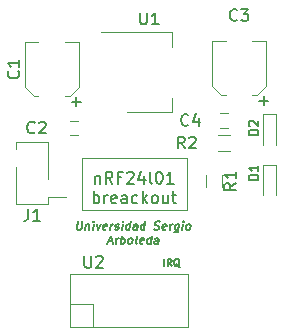
<source format=gbr>
G04 #@! TF.GenerationSoftware,KiCad,Pcbnew,(5.1.2)-2*
G04 #@! TF.CreationDate,2023-04-24T21:20:06-05:00*
G04 #@! TF.ProjectId,nrf24l01breakout,6e726632-346c-4303-9162-7265616b6f75,V0.1*
G04 #@! TF.SameCoordinates,Original*
G04 #@! TF.FileFunction,Legend,Top*
G04 #@! TF.FilePolarity,Positive*
%FSLAX46Y46*%
G04 Gerber Fmt 4.6, Leading zero omitted, Abs format (unit mm)*
G04 Created by KiCad (PCBNEW (5.1.2)-2) date 2023-04-24 21:20:06*
%MOMM*%
%LPD*%
G04 APERTURE LIST*
%ADD10C,0.150000*%
%ADD11C,0.120000*%
G04 APERTURE END LIST*
D10*
X130830714Y-100601428D02*
X130830714Y-100001428D01*
X131459285Y-100601428D02*
X131259285Y-100315714D01*
X131116428Y-100601428D02*
X131116428Y-100001428D01*
X131345000Y-100001428D01*
X131402142Y-100030000D01*
X131430714Y-100058571D01*
X131459285Y-100115714D01*
X131459285Y-100201428D01*
X131430714Y-100258571D01*
X131402142Y-100287142D01*
X131345000Y-100315714D01*
X131116428Y-100315714D01*
X132116428Y-100658571D02*
X132059285Y-100630000D01*
X132002142Y-100572857D01*
X131916428Y-100487142D01*
X131859285Y-100458571D01*
X131802142Y-100458571D01*
X131830714Y-100601428D02*
X131773571Y-100572857D01*
X131716428Y-100515714D01*
X131687857Y-100401428D01*
X131687857Y-100201428D01*
X131716428Y-100087142D01*
X131773571Y-100030000D01*
X131830714Y-100001428D01*
X131945000Y-100001428D01*
X132002142Y-100030000D01*
X132059285Y-100087142D01*
X132087857Y-100201428D01*
X132087857Y-100401428D01*
X132059285Y-100515714D01*
X132002142Y-100572857D01*
X131945000Y-100601428D01*
X131830714Y-100601428D01*
D11*
X123825000Y-91440000D02*
X123825000Y-92075000D01*
X132715000Y-91440000D02*
X123825000Y-91440000D01*
X132715000Y-95885000D02*
X132715000Y-91440000D01*
X123825000Y-95885000D02*
X132715000Y-95885000D01*
X123825000Y-92075000D02*
X123825000Y-95885000D01*
D10*
X123500520Y-96806666D02*
X123429687Y-97373333D01*
X123454687Y-97440000D01*
X123483854Y-97473333D01*
X123546354Y-97506666D01*
X123679687Y-97506666D01*
X123750520Y-97473333D01*
X123788020Y-97440000D01*
X123829687Y-97373333D01*
X123900520Y-96806666D01*
X124204687Y-97040000D02*
X124146354Y-97506666D01*
X124196354Y-97106666D02*
X124233854Y-97073333D01*
X124304687Y-97040000D01*
X124404687Y-97040000D01*
X124467187Y-97073333D01*
X124492187Y-97140000D01*
X124446354Y-97506666D01*
X124779687Y-97506666D02*
X124838020Y-97040000D01*
X124867187Y-96806666D02*
X124829687Y-96840000D01*
X124858854Y-96873333D01*
X124896354Y-96840000D01*
X124867187Y-96806666D01*
X124858854Y-96873333D01*
X125104687Y-97040000D02*
X125213020Y-97506666D01*
X125438020Y-97040000D01*
X125917187Y-97473333D02*
X125846354Y-97506666D01*
X125713020Y-97506666D01*
X125650520Y-97473333D01*
X125625520Y-97406666D01*
X125658854Y-97140000D01*
X125700520Y-97073333D01*
X125771354Y-97040000D01*
X125904687Y-97040000D01*
X125967187Y-97073333D01*
X125992187Y-97140000D01*
X125983854Y-97206666D01*
X125642187Y-97273333D01*
X126246354Y-97506666D02*
X126304687Y-97040000D01*
X126288020Y-97173333D02*
X126329687Y-97106666D01*
X126367187Y-97073333D01*
X126438020Y-97040000D01*
X126504687Y-97040000D01*
X126650520Y-97473333D02*
X126713020Y-97506666D01*
X126846354Y-97506666D01*
X126917187Y-97473333D01*
X126958854Y-97406666D01*
X126963020Y-97373333D01*
X126938020Y-97306666D01*
X126875520Y-97273333D01*
X126775520Y-97273333D01*
X126713020Y-97240000D01*
X126688020Y-97173333D01*
X126692187Y-97140000D01*
X126733854Y-97073333D01*
X126804687Y-97040000D01*
X126904687Y-97040000D01*
X126967187Y-97073333D01*
X127246354Y-97506666D02*
X127304687Y-97040000D01*
X127333854Y-96806666D02*
X127296354Y-96840000D01*
X127325520Y-96873333D01*
X127363020Y-96840000D01*
X127333854Y-96806666D01*
X127325520Y-96873333D01*
X127879687Y-97506666D02*
X127967187Y-96806666D01*
X127883854Y-97473333D02*
X127813020Y-97506666D01*
X127679687Y-97506666D01*
X127617187Y-97473333D01*
X127588020Y-97440000D01*
X127563020Y-97373333D01*
X127588020Y-97173333D01*
X127629687Y-97106666D01*
X127667187Y-97073333D01*
X127738020Y-97040000D01*
X127871354Y-97040000D01*
X127933854Y-97073333D01*
X128513020Y-97506666D02*
X128558854Y-97140000D01*
X128533854Y-97073333D01*
X128471354Y-97040000D01*
X128338020Y-97040000D01*
X128267187Y-97073333D01*
X128517187Y-97473333D02*
X128446354Y-97506666D01*
X128279687Y-97506666D01*
X128217187Y-97473333D01*
X128192187Y-97406666D01*
X128200520Y-97340000D01*
X128242187Y-97273333D01*
X128313020Y-97240000D01*
X128479687Y-97240000D01*
X128550520Y-97206666D01*
X129146354Y-97506666D02*
X129233854Y-96806666D01*
X129150520Y-97473333D02*
X129079687Y-97506666D01*
X128946354Y-97506666D01*
X128883854Y-97473333D01*
X128854687Y-97440000D01*
X128829687Y-97373333D01*
X128854687Y-97173333D01*
X128896354Y-97106666D01*
X128933854Y-97073333D01*
X129004687Y-97040000D01*
X129138020Y-97040000D01*
X129200520Y-97073333D01*
X129983854Y-97473333D02*
X130079687Y-97506666D01*
X130246354Y-97506666D01*
X130317187Y-97473333D01*
X130354687Y-97440000D01*
X130396354Y-97373333D01*
X130404687Y-97306666D01*
X130379687Y-97240000D01*
X130350520Y-97206666D01*
X130288020Y-97173333D01*
X130158854Y-97140000D01*
X130096354Y-97106666D01*
X130067187Y-97073333D01*
X130042187Y-97006666D01*
X130050520Y-96940000D01*
X130092187Y-96873333D01*
X130129687Y-96840000D01*
X130200520Y-96806666D01*
X130367187Y-96806666D01*
X130463020Y-96840000D01*
X130950520Y-97473333D02*
X130879687Y-97506666D01*
X130746354Y-97506666D01*
X130683854Y-97473333D01*
X130658854Y-97406666D01*
X130692187Y-97140000D01*
X130733854Y-97073333D01*
X130804687Y-97040000D01*
X130938020Y-97040000D01*
X131000520Y-97073333D01*
X131025520Y-97140000D01*
X131017187Y-97206666D01*
X130675520Y-97273333D01*
X131279687Y-97506666D02*
X131338020Y-97040000D01*
X131321354Y-97173333D02*
X131363020Y-97106666D01*
X131400520Y-97073333D01*
X131471354Y-97040000D01*
X131538020Y-97040000D01*
X132071354Y-97040000D02*
X132000520Y-97606666D01*
X131958854Y-97673333D01*
X131921354Y-97706666D01*
X131850520Y-97740000D01*
X131750520Y-97740000D01*
X131688020Y-97706666D01*
X132017187Y-97473333D02*
X131946354Y-97506666D01*
X131813020Y-97506666D01*
X131750520Y-97473333D01*
X131721354Y-97440000D01*
X131696354Y-97373333D01*
X131721354Y-97173333D01*
X131763020Y-97106666D01*
X131800520Y-97073333D01*
X131871354Y-97040000D01*
X132004687Y-97040000D01*
X132067187Y-97073333D01*
X132346354Y-97506666D02*
X132404687Y-97040000D01*
X132433854Y-96806666D02*
X132396354Y-96840000D01*
X132425520Y-96873333D01*
X132463020Y-96840000D01*
X132433854Y-96806666D01*
X132425520Y-96873333D01*
X132779687Y-97506666D02*
X132717187Y-97473333D01*
X132688020Y-97440000D01*
X132663020Y-97373333D01*
X132688020Y-97173333D01*
X132729687Y-97106666D01*
X132767187Y-97073333D01*
X132838020Y-97040000D01*
X132938020Y-97040000D01*
X133000520Y-97073333D01*
X133029687Y-97106666D01*
X133054687Y-97173333D01*
X133029687Y-97373333D01*
X132988020Y-97440000D01*
X132950520Y-97473333D01*
X132879687Y-97506666D01*
X132779687Y-97506666D01*
X126088020Y-98506666D02*
X126421354Y-98506666D01*
X125996354Y-98706666D02*
X126317187Y-98006666D01*
X126463020Y-98706666D01*
X126696354Y-98706666D02*
X126754687Y-98240000D01*
X126738020Y-98373333D02*
X126779687Y-98306666D01*
X126817187Y-98273333D01*
X126888020Y-98240000D01*
X126954687Y-98240000D01*
X127129687Y-98706666D02*
X127217187Y-98006666D01*
X127183854Y-98273333D02*
X127254687Y-98240000D01*
X127388020Y-98240000D01*
X127450520Y-98273333D01*
X127479687Y-98306666D01*
X127504687Y-98373333D01*
X127479687Y-98573333D01*
X127438020Y-98640000D01*
X127400520Y-98673333D01*
X127329687Y-98706666D01*
X127196354Y-98706666D01*
X127133854Y-98673333D01*
X127863020Y-98706666D02*
X127800520Y-98673333D01*
X127771354Y-98640000D01*
X127746354Y-98573333D01*
X127771354Y-98373333D01*
X127813020Y-98306666D01*
X127850520Y-98273333D01*
X127921354Y-98240000D01*
X128021354Y-98240000D01*
X128083854Y-98273333D01*
X128113020Y-98306666D01*
X128138020Y-98373333D01*
X128113020Y-98573333D01*
X128071354Y-98640000D01*
X128033854Y-98673333D01*
X127963020Y-98706666D01*
X127863020Y-98706666D01*
X128496354Y-98706666D02*
X128433854Y-98673333D01*
X128408854Y-98606666D01*
X128483854Y-98006666D01*
X129033854Y-98673333D02*
X128963020Y-98706666D01*
X128829687Y-98706666D01*
X128767187Y-98673333D01*
X128742187Y-98606666D01*
X128775520Y-98340000D01*
X128817187Y-98273333D01*
X128888020Y-98240000D01*
X129021354Y-98240000D01*
X129083854Y-98273333D01*
X129108854Y-98340000D01*
X129100520Y-98406666D01*
X128758854Y-98473333D01*
X129663020Y-98706666D02*
X129750520Y-98006666D01*
X129667187Y-98673333D02*
X129596354Y-98706666D01*
X129463020Y-98706666D01*
X129400520Y-98673333D01*
X129371354Y-98640000D01*
X129346354Y-98573333D01*
X129371354Y-98373333D01*
X129413020Y-98306666D01*
X129450520Y-98273333D01*
X129521354Y-98240000D01*
X129654687Y-98240000D01*
X129717187Y-98273333D01*
X130296354Y-98706666D02*
X130342187Y-98340000D01*
X130317187Y-98273333D01*
X130254687Y-98240000D01*
X130121354Y-98240000D01*
X130050520Y-98273333D01*
X130300520Y-98673333D02*
X130229687Y-98706666D01*
X130063020Y-98706666D01*
X130000520Y-98673333D01*
X129975520Y-98606666D01*
X129983854Y-98540000D01*
X130025520Y-98473333D01*
X130096354Y-98440000D01*
X130263020Y-98440000D01*
X130333854Y-98406666D01*
X124960476Y-92940714D02*
X124960476Y-93607380D01*
X124960476Y-93035952D02*
X125008095Y-92988333D01*
X125103333Y-92940714D01*
X125246190Y-92940714D01*
X125341428Y-92988333D01*
X125389047Y-93083571D01*
X125389047Y-93607380D01*
X126436666Y-93607380D02*
X126103333Y-93131190D01*
X125865238Y-93607380D02*
X125865238Y-92607380D01*
X126246190Y-92607380D01*
X126341428Y-92655000D01*
X126389047Y-92702619D01*
X126436666Y-92797857D01*
X126436666Y-92940714D01*
X126389047Y-93035952D01*
X126341428Y-93083571D01*
X126246190Y-93131190D01*
X125865238Y-93131190D01*
X127198571Y-93083571D02*
X126865238Y-93083571D01*
X126865238Y-93607380D02*
X126865238Y-92607380D01*
X127341428Y-92607380D01*
X127674761Y-92702619D02*
X127722380Y-92655000D01*
X127817619Y-92607380D01*
X128055714Y-92607380D01*
X128150952Y-92655000D01*
X128198571Y-92702619D01*
X128246190Y-92797857D01*
X128246190Y-92893095D01*
X128198571Y-93035952D01*
X127627142Y-93607380D01*
X128246190Y-93607380D01*
X129103333Y-92940714D02*
X129103333Y-93607380D01*
X128865238Y-92559761D02*
X128627142Y-93274047D01*
X129246190Y-93274047D01*
X129770000Y-93607380D02*
X129674761Y-93559761D01*
X129627142Y-93464523D01*
X129627142Y-92607380D01*
X130341428Y-92607380D02*
X130436666Y-92607380D01*
X130531904Y-92655000D01*
X130579523Y-92702619D01*
X130627142Y-92797857D01*
X130674761Y-92988333D01*
X130674761Y-93226428D01*
X130627142Y-93416904D01*
X130579523Y-93512142D01*
X130531904Y-93559761D01*
X130436666Y-93607380D01*
X130341428Y-93607380D01*
X130246190Y-93559761D01*
X130198571Y-93512142D01*
X130150952Y-93416904D01*
X130103333Y-93226428D01*
X130103333Y-92988333D01*
X130150952Y-92797857D01*
X130198571Y-92702619D01*
X130246190Y-92655000D01*
X130341428Y-92607380D01*
X131627142Y-93607380D02*
X131055714Y-93607380D01*
X131341428Y-93607380D02*
X131341428Y-92607380D01*
X131246190Y-92750238D01*
X131150952Y-92845476D01*
X131055714Y-92893095D01*
X124841428Y-95257380D02*
X124841428Y-94257380D01*
X124841428Y-94638333D02*
X124936666Y-94590714D01*
X125127142Y-94590714D01*
X125222380Y-94638333D01*
X125270000Y-94685952D01*
X125317619Y-94781190D01*
X125317619Y-95066904D01*
X125270000Y-95162142D01*
X125222380Y-95209761D01*
X125127142Y-95257380D01*
X124936666Y-95257380D01*
X124841428Y-95209761D01*
X125746190Y-95257380D02*
X125746190Y-94590714D01*
X125746190Y-94781190D02*
X125793809Y-94685952D01*
X125841428Y-94638333D01*
X125936666Y-94590714D01*
X126031904Y-94590714D01*
X126746190Y-95209761D02*
X126650952Y-95257380D01*
X126460476Y-95257380D01*
X126365238Y-95209761D01*
X126317619Y-95114523D01*
X126317619Y-94733571D01*
X126365238Y-94638333D01*
X126460476Y-94590714D01*
X126650952Y-94590714D01*
X126746190Y-94638333D01*
X126793809Y-94733571D01*
X126793809Y-94828809D01*
X126317619Y-94924047D01*
X127650952Y-95257380D02*
X127650952Y-94733571D01*
X127603333Y-94638333D01*
X127508095Y-94590714D01*
X127317619Y-94590714D01*
X127222380Y-94638333D01*
X127650952Y-95209761D02*
X127555714Y-95257380D01*
X127317619Y-95257380D01*
X127222380Y-95209761D01*
X127174761Y-95114523D01*
X127174761Y-95019285D01*
X127222380Y-94924047D01*
X127317619Y-94876428D01*
X127555714Y-94876428D01*
X127650952Y-94828809D01*
X128555714Y-95209761D02*
X128460476Y-95257380D01*
X128270000Y-95257380D01*
X128174761Y-95209761D01*
X128127142Y-95162142D01*
X128079523Y-95066904D01*
X128079523Y-94781190D01*
X128127142Y-94685952D01*
X128174761Y-94638333D01*
X128270000Y-94590714D01*
X128460476Y-94590714D01*
X128555714Y-94638333D01*
X128984285Y-95257380D02*
X128984285Y-94257380D01*
X129079523Y-94876428D02*
X129365238Y-95257380D01*
X129365238Y-94590714D02*
X128984285Y-94971666D01*
X129936666Y-95257380D02*
X129841428Y-95209761D01*
X129793809Y-95162142D01*
X129746190Y-95066904D01*
X129746190Y-94781190D01*
X129793809Y-94685952D01*
X129841428Y-94638333D01*
X129936666Y-94590714D01*
X130079523Y-94590714D01*
X130174761Y-94638333D01*
X130222380Y-94685952D01*
X130270000Y-94781190D01*
X130270000Y-95066904D01*
X130222380Y-95162142D01*
X130174761Y-95209761D01*
X130079523Y-95257380D01*
X129936666Y-95257380D01*
X131127142Y-94590714D02*
X131127142Y-95257380D01*
X130698571Y-94590714D02*
X130698571Y-95114523D01*
X130746190Y-95209761D01*
X130841428Y-95257380D01*
X130984285Y-95257380D01*
X131079523Y-95209761D01*
X131127142Y-95162142D01*
X131460476Y-94590714D02*
X131841428Y-94590714D01*
X131603333Y-94257380D02*
X131603333Y-95114523D01*
X131650952Y-95209761D01*
X131746190Y-95257380D01*
X131841428Y-95257380D01*
D11*
X123575000Y-81635000D02*
X122405000Y-81635000D01*
X118995000Y-81635000D02*
X120165000Y-81635000D01*
X119765000Y-86215000D02*
X120165000Y-86215000D01*
X122805000Y-86215000D02*
X122405000Y-86215000D01*
X123575000Y-85445000D02*
X123575000Y-81635000D01*
X123575000Y-85445000D02*
X122805000Y-86215000D01*
X118995000Y-85445000D02*
X118995000Y-81635000D01*
X118995000Y-85445000D02*
X119765000Y-86215000D01*
X122840000Y-88300000D02*
X123540000Y-88300000D01*
X123540000Y-89500000D02*
X122840000Y-89500000D01*
X134870000Y-85340000D02*
X135640000Y-86110000D01*
X134870000Y-85340000D02*
X134870000Y-81530000D01*
X139450000Y-85340000D02*
X138680000Y-86110000D01*
X139450000Y-85340000D02*
X139450000Y-81530000D01*
X138680000Y-86110000D02*
X138280000Y-86110000D01*
X135640000Y-86110000D02*
X136040000Y-86110000D01*
X134870000Y-81530000D02*
X136040000Y-81530000D01*
X139450000Y-81530000D02*
X138280000Y-81530000D01*
X136240000Y-88865000D02*
X135540000Y-88865000D01*
X135540000Y-87665000D02*
X136240000Y-87665000D01*
X140250000Y-92010000D02*
X140250000Y-94610000D01*
X139150000Y-92010000D02*
X139150000Y-94610000D01*
X140250000Y-92010000D02*
X139150000Y-92010000D01*
X140250000Y-87735000D02*
X139150000Y-87735000D01*
X139150000Y-87735000D02*
X139150000Y-90335000D01*
X140250000Y-87735000D02*
X140250000Y-90335000D01*
X120964000Y-93220000D02*
X120964000Y-90110000D01*
X118304000Y-90680000D02*
X118304000Y-90110000D01*
X120964000Y-95310000D02*
X120964000Y-94740000D01*
X120964000Y-94740000D02*
X122484000Y-94740000D01*
X118304000Y-95310000D02*
X118304000Y-92200000D01*
X120964000Y-90110000D02*
X118304000Y-90110000D01*
X120964000Y-95310000D02*
X118304000Y-95310000D01*
X135681000Y-92888000D02*
X135681000Y-93888000D01*
X134321000Y-93888000D02*
X134321000Y-92888000D01*
X135390000Y-89490000D02*
X136390000Y-89490000D01*
X136390000Y-90850000D02*
X135390000Y-90850000D01*
X125440000Y-80765000D02*
X131450000Y-80765000D01*
X127690000Y-87585000D02*
X131450000Y-87585000D01*
X131450000Y-80765000D02*
X131450000Y-82025000D01*
X131450000Y-87585000D02*
X131450000Y-86325000D01*
X122825000Y-105775000D02*
X122825000Y-101275000D01*
X122825000Y-101275000D02*
X132825000Y-101275000D01*
X132825000Y-101275000D02*
X132825000Y-105775000D01*
X132825000Y-105775000D02*
X122825000Y-105775000D01*
X122825000Y-103775000D02*
X124825000Y-103775000D01*
X124825000Y-103775000D02*
X124825000Y-105775000D01*
D10*
X118467142Y-84091666D02*
X118514761Y-84139285D01*
X118562380Y-84282142D01*
X118562380Y-84377380D01*
X118514761Y-84520238D01*
X118419523Y-84615476D01*
X118324285Y-84663095D01*
X118133809Y-84710714D01*
X117990952Y-84710714D01*
X117800476Y-84663095D01*
X117705238Y-84615476D01*
X117610000Y-84520238D01*
X117562380Y-84377380D01*
X117562380Y-84282142D01*
X117610000Y-84139285D01*
X117657619Y-84091666D01*
X118562380Y-83139285D02*
X118562380Y-83710714D01*
X118562380Y-83425000D02*
X117562380Y-83425000D01*
X117705238Y-83520238D01*
X117800476Y-83615476D01*
X117848095Y-83710714D01*
X123366428Y-87075952D02*
X123366428Y-86314047D01*
X123747380Y-86695000D02*
X122985476Y-86695000D01*
X119848333Y-89257142D02*
X119800714Y-89304761D01*
X119657857Y-89352380D01*
X119562619Y-89352380D01*
X119419761Y-89304761D01*
X119324523Y-89209523D01*
X119276904Y-89114285D01*
X119229285Y-88923809D01*
X119229285Y-88780952D01*
X119276904Y-88590476D01*
X119324523Y-88495238D01*
X119419761Y-88400000D01*
X119562619Y-88352380D01*
X119657857Y-88352380D01*
X119800714Y-88400000D01*
X119848333Y-88447619D01*
X120229285Y-88447619D02*
X120276904Y-88400000D01*
X120372142Y-88352380D01*
X120610238Y-88352380D01*
X120705476Y-88400000D01*
X120753095Y-88447619D01*
X120800714Y-88542857D01*
X120800714Y-88638095D01*
X120753095Y-88780952D01*
X120181666Y-89352380D01*
X120800714Y-89352380D01*
X136993333Y-79732142D02*
X136945714Y-79779761D01*
X136802857Y-79827380D01*
X136707619Y-79827380D01*
X136564761Y-79779761D01*
X136469523Y-79684523D01*
X136421904Y-79589285D01*
X136374285Y-79398809D01*
X136374285Y-79255952D01*
X136421904Y-79065476D01*
X136469523Y-78970238D01*
X136564761Y-78875000D01*
X136707619Y-78827380D01*
X136802857Y-78827380D01*
X136945714Y-78875000D01*
X136993333Y-78922619D01*
X137326666Y-78827380D02*
X137945714Y-78827380D01*
X137612380Y-79208333D01*
X137755238Y-79208333D01*
X137850476Y-79255952D01*
X137898095Y-79303571D01*
X137945714Y-79398809D01*
X137945714Y-79636904D01*
X137898095Y-79732142D01*
X137850476Y-79779761D01*
X137755238Y-79827380D01*
X137469523Y-79827380D01*
X137374285Y-79779761D01*
X137326666Y-79732142D01*
X139241428Y-86970952D02*
X139241428Y-86209047D01*
X139622380Y-86590000D02*
X138860476Y-86590000D01*
X132868333Y-88622142D02*
X132820714Y-88669761D01*
X132677857Y-88717380D01*
X132582619Y-88717380D01*
X132439761Y-88669761D01*
X132344523Y-88574523D01*
X132296904Y-88479285D01*
X132249285Y-88288809D01*
X132249285Y-88145952D01*
X132296904Y-87955476D01*
X132344523Y-87860238D01*
X132439761Y-87765000D01*
X132582619Y-87717380D01*
X132677857Y-87717380D01*
X132820714Y-87765000D01*
X132868333Y-87812619D01*
X133725476Y-88050714D02*
X133725476Y-88717380D01*
X133487380Y-87669761D02*
X133249285Y-88384047D01*
X133868333Y-88384047D01*
X138791904Y-93300476D02*
X137991904Y-93300476D01*
X137991904Y-93110000D01*
X138030000Y-92995714D01*
X138106190Y-92919523D01*
X138182380Y-92881428D01*
X138334761Y-92843333D01*
X138449047Y-92843333D01*
X138601428Y-92881428D01*
X138677619Y-92919523D01*
X138753809Y-92995714D01*
X138791904Y-93110000D01*
X138791904Y-93300476D01*
X138791904Y-92081428D02*
X138791904Y-92538571D01*
X138791904Y-92310000D02*
X137991904Y-92310000D01*
X138106190Y-92386190D01*
X138182380Y-92462380D01*
X138220476Y-92538571D01*
X138791904Y-89490476D02*
X137991904Y-89490476D01*
X137991904Y-89300000D01*
X138030000Y-89185714D01*
X138106190Y-89109523D01*
X138182380Y-89071428D01*
X138334761Y-89033333D01*
X138449047Y-89033333D01*
X138601428Y-89071428D01*
X138677619Y-89109523D01*
X138753809Y-89185714D01*
X138791904Y-89300000D01*
X138791904Y-89490476D01*
X138068095Y-88728571D02*
X138030000Y-88690476D01*
X137991904Y-88614285D01*
X137991904Y-88423809D01*
X138030000Y-88347619D01*
X138068095Y-88309523D01*
X138144285Y-88271428D01*
X138220476Y-88271428D01*
X138334761Y-88309523D01*
X138791904Y-88766666D01*
X138791904Y-88271428D01*
X119300666Y-95762380D02*
X119300666Y-96476666D01*
X119253047Y-96619523D01*
X119157809Y-96714761D01*
X119014952Y-96762380D01*
X118919714Y-96762380D01*
X120300666Y-96762380D02*
X119729238Y-96762380D01*
X120014952Y-96762380D02*
X120014952Y-95762380D01*
X119919714Y-95905238D01*
X119824476Y-96000476D01*
X119729238Y-96048095D01*
X136903380Y-93554666D02*
X136427190Y-93888000D01*
X136903380Y-94126095D02*
X135903380Y-94126095D01*
X135903380Y-93745142D01*
X135951000Y-93649904D01*
X135998619Y-93602285D01*
X136093857Y-93554666D01*
X136236714Y-93554666D01*
X136331952Y-93602285D01*
X136379571Y-93649904D01*
X136427190Y-93745142D01*
X136427190Y-94126095D01*
X136903380Y-92602285D02*
X136903380Y-93173714D01*
X136903380Y-92888000D02*
X135903380Y-92888000D01*
X136046238Y-92983238D01*
X136141476Y-93078476D01*
X136189095Y-93173714D01*
X132548333Y-90622380D02*
X132215000Y-90146190D01*
X131976904Y-90622380D02*
X131976904Y-89622380D01*
X132357857Y-89622380D01*
X132453095Y-89670000D01*
X132500714Y-89717619D01*
X132548333Y-89812857D01*
X132548333Y-89955714D01*
X132500714Y-90050952D01*
X132453095Y-90098571D01*
X132357857Y-90146190D01*
X131976904Y-90146190D01*
X132929285Y-89717619D02*
X132976904Y-89670000D01*
X133072142Y-89622380D01*
X133310238Y-89622380D01*
X133405476Y-89670000D01*
X133453095Y-89717619D01*
X133500714Y-89812857D01*
X133500714Y-89908095D01*
X133453095Y-90050952D01*
X132881666Y-90622380D01*
X133500714Y-90622380D01*
X128778095Y-79127380D02*
X128778095Y-79936904D01*
X128825714Y-80032142D01*
X128873333Y-80079761D01*
X128968571Y-80127380D01*
X129159047Y-80127380D01*
X129254285Y-80079761D01*
X129301904Y-80032142D01*
X129349523Y-79936904D01*
X129349523Y-79127380D01*
X130349523Y-80127380D02*
X129778095Y-80127380D01*
X130063809Y-80127380D02*
X130063809Y-79127380D01*
X129968571Y-79270238D01*
X129873333Y-79365476D01*
X129778095Y-79413095D01*
X124063095Y-99727380D02*
X124063095Y-100536904D01*
X124110714Y-100632142D01*
X124158333Y-100679761D01*
X124253571Y-100727380D01*
X124444047Y-100727380D01*
X124539285Y-100679761D01*
X124586904Y-100632142D01*
X124634523Y-100536904D01*
X124634523Y-99727380D01*
X125063095Y-99822619D02*
X125110714Y-99775000D01*
X125205952Y-99727380D01*
X125444047Y-99727380D01*
X125539285Y-99775000D01*
X125586904Y-99822619D01*
X125634523Y-99917857D01*
X125634523Y-100013095D01*
X125586904Y-100155952D01*
X125015476Y-100727380D01*
X125634523Y-100727380D01*
M02*

</source>
